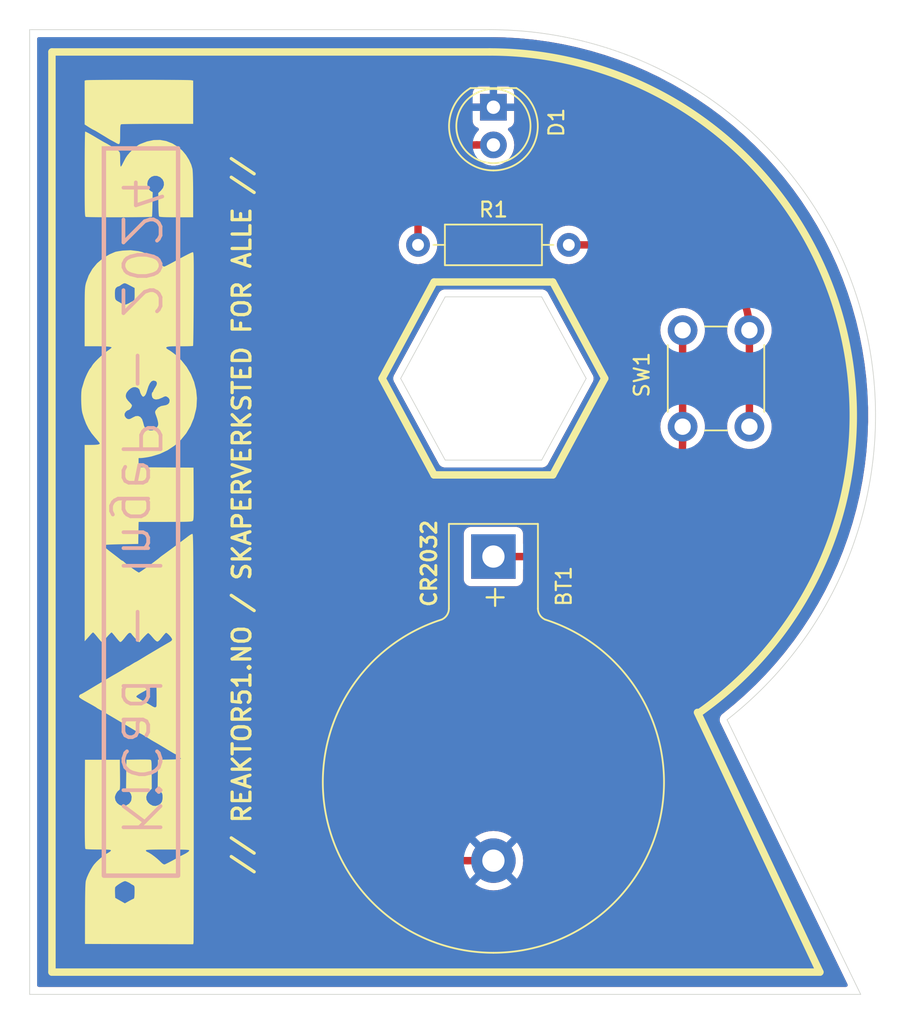
<source format=kicad_pcb>
(kicad_pcb (version 20240108) (generator "pcbnew") (generator_version "8.0")
  (layers (0 "F.Cu" signal) (31 "B.Cu" signal) (34 "B.Paste" user) (35 "F.Paste" user) (36 "B.SilkS" user "B.Silkscreen") (37 "F.SilkS" user "F.Silkscreen") (38 "B.Mask" user) (39 "F.Mask" user) (44 "Edge.Cuts" user))
  (net 0 "")
  (net 1 "Net-(BT1-+)")
  (net 2 "GND")
  (net 3 "Net-(SW1-B)")
  (net 4 "Net-(D1-A)")
  (footprint "Button_Switch_THT:SW_PUSH_6mm" (layer "F.Cu") (at 174 71.75 90)
    (property "Reference" "SW1" (at 3.5 -2.75 90) (layer "F.SilkS"))
    (property "Value" "SW_SPST")
    (fp_line (start 5.5 -1) (end 1 -1) (stroke (width 0.12)) (layer "F.SilkS"))
    (fp_line (start -0.25 1.5) (end -0.25 3) (stroke (width 0.12)) (layer "F.SilkS"))
    (fp_line (start 6.75 3) (end 6.75 1.5) (stroke (width 0.12)) (layer "F.SilkS"))
    (fp_line (start 1 5.5) (end 5.5 5.5) (stroke (width 0.12)) (layer "F.SilkS"))
    (pad "1" thru_hole circle (at 0 0 180) (size 2 2) (drill 1.1) (layers "*.Cu" "*.Mask") (net 1 "Net-(BT1-+)"))
    (pad "1" thru_hole circle (at 6.5 0 180) (size 2 2) (drill 1.1) (layers "*.Cu" "*.Mask") (net 1 "Net-(BT1-+)"))
    (pad "2" thru_hole circle (at 0 4.5 180) (size 2 2) (drill 1.1) (layers "*.Cu" "*.Mask") (net 3 "Net-(SW1-B)"))
    (pad "2" thru_hole circle (at 6.5 4.5 180) (size 2 2) (drill 1.1) (layers "*.Cu" "*.Mask") (net 3 "Net-(SW1-B)"))
  )
  (footprint "Battery:BatteryHolder_Keystone_103_1x20mm" (layer "F.Cu") (at 161.25 80.5 -90)
    (property "Reference" "BT1" (at 2 -4.75 -90) (layer "F.SilkS"))
    (property "Value" "Battery_Cell")
    (fp_line (start -2.2 3) (end 3.5 3) (stroke (width 0.12)) (layer "F.SilkS"))
    (fp_line (start -2.2 3) (end -2.2 -3) (stroke (width 0.12)) (layer "F.SilkS"))
    (fp_line (start -2.2 -3) (end 3.5 -3) (stroke (width 0.12)) (layer "F.SilkS"))
    (fp_arc (start 3.5 3) (mid 3.950694 3.136459) (end 4.25 3.5) (stroke (width 0.12)) (layer "F.SilkS"))
    (fp_arc (start 26.695671 0) (mid 16.971103 11.358466) (end 4.25 3.5) (stroke (width 0.12)) (layer "F.SilkS"))
    (fp_arc (start 4.25 -3.5) (mid 16.971103 -11.358466) (end 26.695671 0) (stroke (width 0.12)) (layer "F.SilkS"))
    (fp_arc (start 4.25 -3.5) (mid 3.950694 -3.136459) (end 3.5 -3) (stroke (width 0.12)) (layer "F.SilkS"))
    (fp_text user "+" (at 2.75 0 90) (layer "F.SilkS") (effects (font (size 1.5 1.5))))
    (pad "1" thru_hole rect (at 0 0 270) (size 3 3) (drill 1.5) (layers "*.Cu" "*.Mask") (net 1 "Net-(BT1-+)"))
    (pad "2" thru_hole circle (at 20.49 0 270) (size 3 3) (drill 1.5) (layers "*.Cu" "*.Mask") (net 2 "GND"))
  )
  (footprint "Resistor_THT:R_Axial_DIN0207_L6.3mm_D2.5mm_P10.16mm_Horizontal" (layer "F.Cu") (at 156.17 59.5)
    (property "Reference" "R1" (at 5.08 -2.37 0) (layer "F.SilkS"))
    (property "Value" "150")
    (fp_line (start 1.04 0) (end 1.81 0) (stroke (width 0.12)) (layer "F.SilkS"))
    (fp_line (start 1.81 -1.37) (end 1.81 1.37) (stroke (width 0.12)) (layer "F.SilkS"))
    (fp_line (start 1.81 1.37) (end 8.35 1.37) (stroke (width 0.12)) (layer "F.SilkS"))
    (fp_line (start 8.35 -1.37) (end 1.81 -1.37) (stroke (width 0.12)) (layer "F.SilkS"))
    (fp_line (start 8.35 1.37) (end 8.35 -1.37) (stroke (width 0.12)) (layer "F.SilkS"))
    (fp_line (start 9.12 0) (end 8.35 0) (stroke (width 0.12)) (layer "F.SilkS"))
    (pad "1" thru_hole circle (at 0 0) (size 1.6 1.6) (drill 0.8) (layers "*.Cu" "*.Mask") (net 4 "Net-(D1-A)"))
    (pad "2" thru_hole oval (at 10.16 0) (size 1.6 1.6) (drill 0.8) (layers "*.Cu" "*.Mask") (net 3 "Net-(SW1-B)"))
  )
  (footprint "LOGO" (layer "F.Cu") (at 137.25 77.5 90)
    (property "Reference" "G***" (hide yes))
    (property "Value" "LOGO" (hide yes))
    (fp_poly (pts (xy 29.09562 -3.44651) (xy 29.100419 -3.384787) (xy 29.104744 -3.24275) (xy 29.108597 -3.028739) (xy 29.111977 -2.751094) (xy 29.114883 -2.418155) (xy 29.117316 -2.038262) (xy 29.119275 -1.619757) (xy 29.120759 -1.170978) (xy 29.12177 -0.700268) (xy 29.122306 -0.215965) (xy 29.122366 0.27359) (xy 29.121952 0.760056) (xy 29.121062 1.235094) (xy 29.119696 1.690362) (xy 29.117854 2.117521) (xy 29.115535 2.50823) (xy 29.11274 2.854149) (xy 29.109468 3.146938) (xy 29.105719 3.378256) (xy 29.101493 3.539763) (xy 29.096789 3.623119) (xy 29.095855 3.629363) (xy 29.06815 3.767888) (xy 27.610864 3.767888) (xy 26.153577 3.767888) (xy 26.153577 1.377796) (xy 26.15309 0.924053) (xy 26.151691 0.495924) (xy 26.14947 0.101811) (xy 26.146521 -0.249887) (xy 26.142934 -0.550766) (xy 26.138802 -0.792427) (xy 26.134217 -0.966466) (xy 26.129271 -1.064485) (xy 26.126671 -1.082413) (xy 26.104026 -1.110392) (xy 26.05226 -1.129965) (xy 25.958038 -1.142535) (xy 25.808026 -1.149505) (xy 25.58889 -1.152278) (xy 25.460358 -1.152531) (xy 25.187166 -1.154246) (xy 24.993135 -1.162266) (xy 24.868792 -1.180897) (xy 24.804664 -1.214448) (xy 24.791278 -1.267226) (xy 24.81916 -1.34354) (xy 24.864312 -1.423593) (xy 24.944147 -1.562794) (xy 25.016687 -1.698085) (xy 25.021014 -1.706632) (xy 25.086251 -1.82891) (xy 25.144222 -1.92735) (xy 25.19239 -2.004808) (xy 25.271563 -2.134567) (xy 25.367249 -2.292834) (xy 25.400702 -2.348467) (xy 25.498525 -2.511089) (xy 25.584444 -2.653398) (xy 25.644054 -2.75155) (xy 25.655695 -2.770506) (xy 25.719921 -2.886848) (xy 25.751219 -2.952551) (xy 25.795911 -3.03789) (xy 25.871914 -3.167459) (xy 25.951952 -3.296093) (xy 26.111974 -3.546248) (xy 27.590433 -3.546248) (xy 29.068892 -3.546248)) (fill solid) (layer "F.SilkS"))
    (fp_poly (pts (xy 23.259109 -3.545745) (xy 23.727035 -3.544293) (xy 24.160913 -3.541979) (xy 24.553276 -3.538889) (xy 24.896655 -3.53511) (xy 25.183583 -3.530728) (xy 25.40659 -3.525829) (xy 25.558209 -3.520501) (xy 25.630971 -3.514829) (xy 25.636356 -3.513002) (xy 25.621423 -3.46572) (xy 25.56736 -3.356244) (xy 25.481367 -3.19797) (xy 25.370643 -3.00429) (xy 25.284877 -2.859162) (xy 25.157513 -2.645393) (xy 25.045168 -2.455015) (xy 24.956276 -2.302465) (xy 24.899274 -2.20218) (xy 24.883417 -2.172077) (xy 24.830765 -2.069992) (xy 24.746462 -1.921717) (xy 24.643717 -1.748861) (xy 24.535739 -1.573031) (xy 24.435736 -1.415837) (xy 24.356916 -1.298888) (xy 24.321178 -1.252269) (xy 24.274644 -1.207933) (xy 24.217633 -1.179072) (xy 24.131447 -1.162408) (xy 23.997385 -1.154664) (xy 23.796749 -1.152563) (xy 23.752133 -1.152531) (xy 23.557882 -1.149359) (xy 23.401363 -1.140767) (xy 23.300609 -1.128139) (xy 23.272251 -1.115693) (xy 23.308068 -1.072929) (xy 23.394153 -1.021865) (xy 23.471415 -0.9852) (xy 23.547954 -0.947042) (xy 23.647023 -0.895404) (xy 23.791875 -0.8183) (xy 23.865156 -0.779083) (xy 24.035076 -0.665292) (xy 24.227821 -0.500698) (xy 24.422435 -0.307039) (xy 24.597963 -0.106051) (xy 24.73345 0.08053) (xy 24.787172 0.177312) (xy 24.968038 0.649334) (xy 25.063104 1.101422) (xy 25.072083 1.537042) (xy 24.994685 1.959657) (xy 24.830626 2.372732) (xy 24.579615 2.779732) (xy 24.570162 2.79267) (xy 24.341395 3.048699) (xy 24.053701 3.285805) (xy 23.731857 3.488157) (xy 23.400641 3.639926) (xy 23.119687 3.719331) (xy 22.999698 3.732799) (xy 22.80059 3.744466) (xy 22.531888 3.754069) (xy 22.203117 3.761346) (xy 21.823802 3.766035) (xy 21.403465 3.767871) (xy 21.358001 3.767888) (xy 19.858987 3.767888) (xy 19.858987 2.642949) (xy 19.860143 2.272249) (xy 19.863856 1.982379) (xy 19.870497 1.765539) (xy 19.880433 1.613932) (xy 19.894034 1.519758) (xy 19.91167 1.475218) (xy 19.914398 1.472568) (xy 19.97801 1.455956) (xy 20.117647 1.441737) (xy 20.320692 1.430696) (xy 20.574527 1.423617) (xy 20.731647 1.421695) (xy 21.493487 1.416265) (xy 21.655622 1.591502) (xy 21.835457 1.731805) (xy 22.033056 1.796421) (xy 22.231076 1.786465) (xy 22.412174 1.703051) (xy 22.559007 1.547294) (xy 22.568069 1.532867) (xy 22.648439 1.331019) (xy 22.651901 1.136122) (xy 22.590038 0.960584) (xy 22.474429 0.816817) (xy 22.316656 0.717228) (xy 22.128299 0.674228) (xy 21.920941 0.700226) (xy 21.825567 0.737242) (xy 21.706464 0.816703) (xy 21.618698 0.914349) (xy 21.612834 0.924704) (xy 21.552505 1.039847) (xy 20.740066 1.026127) (xy 20.4798 1.020655) (xy 20.250293 1.013787) (xy 20.066198 1.006127) (xy 19.942167 0.99828) (xy 19.893307 0.991196) (xy 19.886607 0.944232) (xy 19.880601 0.818896) (xy 19.875305 0.625469) (xy 19.870736 0.374234) (xy 19.866912 0.075472) (xy 19.863849 -0.260535) (xy 19.861564 -0.623505) (xy 19.860075 -1.003157) (xy 19.859399 -1.38921) (xy 19.859552 -1.77138) (xy 19.860553 -2.139387) (xy 19.862417 -2.482949) (xy 19.865161 -2.791784) (xy 19.868804 -3.05561) (xy 19.873362 -3.264147) (xy 19.878852 -3.407111) (xy 19.885291 -3.474222) (xy 19.885894 -3.47613) (xy 19.898098 -3.490315) (xy 19.92721 -3.502471) (xy 19.979534 -3.512751) (xy 20.061375 -3.52131) (xy 20.179038 -3.528301) (xy 20.338828 -3.533877) (xy 20.547049 -3.538192) (xy 20.810007 -3.541399) (xy 21.134006 -3.543653) (xy 21.525351 -3.545106) (xy 21.990346 -3.545913) (xy 22.535298 -3.546226) (xy 22.764604 -3.546248)) (fill solid) (layer "F.SilkS"))
    (fp_poly (pts (xy -12.382787 -3.916957) (xy -12.306096 -3.866278) (xy -12.278883 -3.807983) (xy -12.257348 -3.755091) (xy -12.199955 -3.646864) (xy -12.117528 -3.503339) (xy -12.084302 -3.447704) (xy -11.933455 -3.197074) (xy -11.772564 -2.928794) (xy -11.60872 -2.654781) (xy -11.449011 -2.386957) (xy -11.300527 -2.137241) (xy -11.170357 -1.917552) (xy -11.065589 -1.739809) (xy -10.993313 -1.615934) (xy -10.962604 -1.561678) (xy -10.89441 -1.439689) (xy -10.798146 -1.274841) (xy -10.690854 -1.095542) (xy -10.589575 -0.930201) (xy -10.51135 -0.807227) (xy -10.498885 -0.788619) (xy -10.442627 -0.698799) (xy -10.417225 -0.644027) (xy -10.417103 -0.642423) (xy -10.394951 -0.594401) (xy -10.337077 -0.494517) (xy -10.261955 -0.373799) (xy -10.182393 -0.246235) (xy -10.126431 -0.150418) (xy -10.106807 -0.108873) (xy -10.085102 -0.062992) (xy -10.027846 0.037304) (xy -9.946822 0.171468) (xy -9.935682 0.189481) (xy -9.833471 0.356258) (xy -9.705723 0.567679) (xy -9.560655 0.809834) (xy -9.406487 1.068817) (xy -9.251436 1.33072) (xy -9.103721 1.581635) (xy -8.971561 1.807655) (xy -8.863174 1.994873) (xy -8.786779 2.12938) (xy -8.757546 2.183159) (xy -8.678835 2.297732) (xy -8.600597 2.348465) (xy -8.590253 2.349389) (xy -8.51348 2.321095) (xy -8.409378 2.249373) (xy -8.299263 2.153961) (xy -8.204454 2.054599) (xy -8.146269 1.971027) (xy -8.139061 1.931605) (xy -8.182886 1.879612) (xy -8.279725 1.792323) (xy -8.410765 1.686413) (xy -8.44673 1.65893) (xy -8.618162 1.516838) (xy -8.712545 1.40818) (xy -8.731681 1.353159) (xy -8.694446 1.27374) (xy -8.589569 1.158107) (xy -8.443548 1.030251) (xy -8.311284 0.915839) (xy -8.211202 0.815835) (xy -8.159826 0.747237) (xy -8.15637 0.734785) (xy -8.187726 0.684628) (xy -8.271023 0.593159) (xy -8.390108 0.475835) (xy -8.528826 0.348116) (xy -8.671021 0.225457) (xy -8.776964 0.140954) (xy -8.756717 0.106854) (xy -8.686674 0.031333) (xy -8.584343 -0.069321) (xy -8.467229 -0.17882) (xy -8.35284 -0.280876) (xy -8.258683 -0.359203) (xy -8.202266 -0.397513) (xy -8.196628 -0.398953) (xy -8.162562 -0.435619) (xy -8.144243 -0.484869) (xy -8.151602 -0.549362) (xy -8.212639 -0.62965) (xy -8.337952 -0.738899) (xy -8.367205 -0.761919) (xy -8.547107 -0.904576) (xy -8.665197 -1.005969) (xy -8.731608 -1.076643) (xy -8.756474 -1.127142) (xy -8.752302 -1.162607) (xy -8.708804 -1.21394) (xy -8.612087 -1.302629) (xy -8.479847 -1.412823) (xy -8.420847 -1.459468) (xy -8.282991 -1.570084) (xy -8.176863 -1.661478) (xy -8.11848 -1.719575) (xy -8.112042 -1.730873) (xy -8.143434 -1.7774) (xy -8.225614 -1.863126) (xy -8.340588 -1.971315) (xy -8.47036 -2.085231) (xy -8.596936 -2.188136) (xy -8.632897 -2.21532) (xy -8.723685 -2.289766) (xy -8.773625 -2.345073) (xy -8.776964 -2.354559) (xy -8.767729 -2.3833) (xy -8.732526 -2.42594) (xy -8.660101 -2.492983) (xy -8.539204 -2.594935) (xy -8.381888 -2.723408) (xy -8.254593 -2.830902) (xy -8.159641 -2.919174) (xy -8.113851 -2.972357) (xy -8.112042 -2.977952) (xy -8.142728 -3.026575) (xy -8.219593 -3.105477) (xy -8.253571 -3.135871) (xy -8.379716 -3.246357) (xy -8.518454 -3.369997) (xy -8.552786 -3.400982) (xy -8.710472 -3.543849) (xy -2.094503 -3.545049) (xy 4.521466 -3.546248) (xy 4.522071 -3.136213) (xy 4.527127 -2.870569) (xy 4.542174 -2.685715) (xy 4.568396 -2.574223) (xy 4.606979 -2.528664) (xy 4.619273 -2.526702) (xy 4.66841 -2.554692) (xy 4.766763 -2.630225) (xy 4.898464 -2.740648) (xy 5.001974 -2.831902) (xy 5.302118 -3.078758) (xy 5.610079 -3.281377) (xy 5.947433 -3.450998) (xy 6.335753 -3.598861) (xy 6.671378 -3.701666) (xy 6.831779 -3.732983) (xy 7.051064 -3.756792) (xy 7.307095 -3.772695) (xy 7.577734 -3.780294) (xy 7.840841 -3.779191) (xy 8.074278 -3.768988) (xy 8.255905 -3.749287) (xy 8.334542 -3.731571) (xy 8.457394 -3.693365) (xy 8.627237 -3.64198) (xy 8.79536 -3.592068) (xy 8.951249 -3.538184) (xy 9.133316 -3.463135) (xy 9.320497 -3.377152) (xy 9.491732 -3.290467) (xy 9.625961 -3.213313) (xy 9.70212 -3.155922) (xy 9.707853 -3.148756) (xy 9.759785 -3.106724) (xy 9.853143 -3.05212) (xy 9.968613 -2.972605) (xy 10.122025 -2.839482) (xy 10.297232 -2.669388) (xy 10.478089 -2.478961) (xy 10.648449 -2.284837) (xy 10.792167 -2.103656) (xy 10.842792 -2.032339) (xy 10.941049 -1.892743) (xy 11.022595 -1.787023) (xy 11.07376 -1.73256) (xy 11.081526 -1.728796) (xy 11.112341 -1.763745) (xy 11.136266 -1.871064) (xy 11.153608 -2.054462) (xy 11.164672 -2.317647) (xy 11.169765 -2.664328) (xy 11.170192 -2.803752) (xy 11.17068 -3.546248) (xy 13.142786 -3.546248) (xy 13.615399 -3.546065) (xy 14.008463 -3.54527) (xy 14.331082 -3.543493) (xy 14.592363 -3.540365) (xy 14.801411 -3.535517) (xy 14.967332 -3.52858) (xy 15.099232 -3.519184) (xy 15.206217 -3.50696) (xy 15.297392 -3.491539) (xy 15.381864 -3.47255) (xy 15.458929 -3.452312) (xy 15.9429 -3.276117) (xy 16.379012 -3.026596) (xy 16.763477 -2.70735) (xy 17.092505 -2.321982) (xy 17.362308 -1.874092) (xy 17.528719 -1.484991) (xy 17.548287 -1.403521) (xy 17.574157 -1.258697) (xy 17.60212 -1.075196) (xy 17.616068 -0.972851) (xy 17.641013 -0.450476) (xy 17.578889 0.074934) (xy 17.516162 0.336677) (xy 17.404347 0.627778) (xy 17.231584 0.938677) (xy 17.013591 1.244644) (xy 16.766083 1.520949) (xy 16.759254 1.527653) (xy 16.647892 1.643029) (xy 16.567467 1.738636) (xy 16.534489 1.794745) (xy 16.53438 1.796377) (xy 16.543011 1.837239) (xy 16.572555 1.909322) (xy 16.62849 2.023761) (xy 16.716294 2.191693) (xy 16.841446 2.424251) (xy 16.86096 2.460209) (xy 17.070974 2.849426) (xy 17.23814 3.16493) (xy 17.363989 3.409755) (xy 17.450052 3.586936) (xy 17.497862 3.699508) (xy 17.509598 3.74537) (xy 17.503597 3.758993) (xy 17.481614 3.77069) (xy 17.43768 3.78057) (xy 17.365826 3.788743) (xy 17.260081 3.795317) (xy 17.114476 3.800404) (xy 16.923043 3.804111) (xy 16.679811 3.806549) (xy 16.378811 3.807828) (xy 16.014073 3.808056) (xy 15.579628 3.807344) (xy 15.069508 3.805802) (xy 14.477741 3.803538) (xy 14.365971 3.803078) (xy 13.845941 3.800518) (xy 13.351954 3.797298) (xy 12.891145 3.793515) (xy 12.470651 3.789265) (xy 12.097607 3.784643) (xy 11.779149 3.779746) (xy 11.522414 3.774669) (xy 11.334537 3.769508) (xy 11.222654 3.764359) (xy 11.192758 3.76044) (xy 11.183439 3.708511) (xy 11.175946 3.582846) (xy 11.170725 3.398355) (xy 11.168226 3.169948) (xy 11.168559 2.954593) (xy 11.169103 2.620663) (xy 11.164854 2.36598) (xy 11.154835 2.181217) (xy 11.138067 2.057047) (xy 11.113574 1.984144) (xy 11.080375 1.953179) (xy 11.063265 1.950436) (xy 11.010568 1.986753) (xy 10.950348 2.076027) (xy 10.940983 2.094721) (xy 10.881216 2.195538) (xy 10.782096 2.338108) (xy 10.661795 2.496725) (xy 10.619831 2.549084) (xy 10.2199 2.974583) (xy 9.771641 3.332476) (xy 9.28366 3.619478) (xy 8.764561 3.832305) (xy 8.222952 3.967672) (xy 7.667438 4.022296) (xy 7.106624 3.992891) (xy 6.915183 3.96297) (xy 6.329022 3.813009) (xy 5.787672 3.589026) (xy 5.295844 3.295749) (xy 4.858253 2.937904) (xy 4.479611 2.520216) (xy 4.164631 2.047414) (xy 3.918027 1.524222) (xy 3.74451 0.955368) (xy 3.738233 0.924437) (xy 5.496684 0.924437) (xy 5.507024 1.056516) (xy 5.550531 1.155158) (xy 5.645935 1.260569) (xy 5.659108 1.273083) (xy 5.768895 1.366361) (xy 5.859684 1.407019) (xy 5.96987 1.410008) (xy 6.00265 1.406869) (xy 6.142878 1.379856) (xy 6.320616 1.329741) (xy 6.459839 1.281301) (xy 6.610129 1.225852) (xy 6.705585 1.201705) (xy 6.773458 1.206658) (xy 6.840994 1.23851) (xy 6.858792 1.249077) (xy 7.035589 1.399893) (xy 7.138544 1.597986) (xy 7.165633 1.732633) (xy 7.205908 1.942357) (xy 7.274333 2.079205) (xy 7.378062 2.156437) (xy 7.398421 2.164151) (xy 7.552503 2.181628) (xy 7.67846 2.116308) (xy 7.750492 2.02442) (xy 7.788735 1.952116) (xy 7.796122 1.888596) (xy 7.768686 1.805122) (xy 7.702461 1.672956) (xy 7.701796 1.671687) (xy 7.608302 1.443954) (xy 7.581787 1.253229) (xy 7.620222 1.10674) (xy 7.72158 1.011714) (xy 7.883831 0.975377) (xy 7.897271 0.975218) (xy 8.005739 0.985419) (xy 8.064349 1.010787) (xy 8.067713 1.019546) (xy 8.102788 1.061275) (xy 8.123124 1.064681) (xy 8.189078 1.088557) (xy 8.297663 1.148819) (xy 8.373599 1.197665) (xy 8.556167 1.299226) (xy 8.694865 1.325567) (xy 8.792535 1.276822) (xy 8.829357 1.219023) (xy 8.856673 1.084408) (xy 8.807185 0.963304) (xy 8.678032 0.853373) (xy 8.466357 0.752282) (xy 8.169301 0.657695) (xy 8.129199 0.64704) (xy 7.951183 0.583371) (xy 7.82744 0.50397) (xy 7.771568 0.419086) (xy 7.773056 0.378702) (xy 7.823493 0.321598) (xy 7.923946 0.256593) (xy 8.039965 0.202723) (xy 8.134206 0.179142) (xy 8.271238 0.1324) (xy 8.369212 0.022133) (xy 8.416001 -0.130717) (xy 8.404339 -0.28732) (xy 8.336013 -0.429062) (xy 8.215314 -0.575367) (xy 8.071306 -0.695755) (xy 7.961063 -0.752202) (xy 7.810289 -0.776687) (xy 7.667224 -0.739508) (xy 7.514169 -0.633651) (xy 7.409589 -0.533646) (xy 7.305056 -0.435135) (xy 7.218938 -0.370113) (xy 7.182096 -0.354625) (xy 7.084445 -0.381855) (xy 6.978752 -0.44747) (xy 6.897188 -0.527352) (xy 6.870855 -0.58794) (xy 6.840061 -0.671318) (xy 6.764858 -0.767053) (xy 6.754224 -0.777245) (xy 6.616216 -0.855361) (xy 6.473112 -0.847982) (xy 6.338869 -0.756196) (xy 6.327836 -0.743989) (xy 6.261774 -0.628795) (xy 6.266299 -0.502546) (xy 6.342806 -0.347423) (xy 6.361082 -0.319819) (xy 6.458691 -0.120452) (xy 6.471962 0.05818) (xy 6.404184 0.208815) (xy 6.258646 0.324193) (xy 6.038635 0.397051) (xy 6.036203 0.397515) (xy 5.797368 0.460584) (xy 5.635247 0.550127) (xy 5.539408 0.676335) (xy 5.499418 0.849395) (xy 5.496684 0.924437) (xy 3.738233 0.924437) (xy 3.700665 0.7393) (xy 3.67008 0.549526) (xy 3.647187 0.375436) (xy 3.636143 0.249437) (xy 3.63572 0.232722) (xy 3.634904 0.088656) (xy 3.325093 0.088656) (xy 3.015283 0.088656) (xy 3.003715 1.939354) (xy 2.992146 3.790052) (xy 1.233776 3.80164) (xy 0.78751 3.804258) (xy 0.421631 3.805487) (xy 0.127877 3.805064) (xy -0.102013 3.802723) (xy -0.276303 3.7982) (xy -0.403254 3.79123) (xy -0.491128 3.781548) (xy -0.548187 3.76889) (xy -0.582693 3.75299) (xy -0.594758 3.743063) (xy -0.612424 3.71698) (xy -0.626903 3.67202) (xy -0.638502 3.600028) (xy -0.647528 3.492851) (xy -0.654288 3.342335) (xy -0.659091 3.140325) (xy -0.662244 2.878668) (xy -0.664053 2.549209) (xy -0.664826 2.143794) (xy -0.664922 1.88185) (xy -0.664922 0.0908) (xy -1.407417 0.078646) (xy -2.149913 0.066492) (xy -2.168513 -0.91625) (xy 13.970304 -0.91625) (xy 13.982036 -0.760728) (xy 14.058305 -0.579352) (xy 14.073237 -0.554101) (xy 14.14983 -0.423196) (xy 14.212135 -0.307129) (xy 14.226559 -0.277051) (xy 14.253946 -0.230112) (xy 14.297173 -0.200787) (xy 14.374956 -0.184999) (xy 14.50601 -0.17867) (xy 14.682585 -0.177688) (xy 15.093717 -0.178064) (xy 15.269045 -0.507146) (xy 15.3539 -0.670164) (xy 15.400917 -0.777529) (xy 15.415413 -0.851031) (xy 15.402708 -0.91246) (xy 15.379865 -0.961133) (xy 15.315984 -1.069675) (xy 15.259947 -1.144615) (xy 15.211573 -1.228291) (xy 15.204537 -1.266517) (xy 15.175298 -1.342654) (xy 15.115881 -1.418499) (xy 15.047611 -1.468306) (xy 14.95182 -1.495705) (xy 14.803363 -1.506335) (xy 14.720554 -1.507155) (xy 14.520532 -1.503369) (xy 14.387227 -1.485697) (xy 14.298806 -1.444667) (xy 14.233441 -1.370807) (xy 14.177966 -1.271745) (xy 14.108087 -1.14741) (xy 14.04275 -1.051036) (xy 14.024706 -1.030241) (xy 13.970304 -0.91625) (xy -2.168513 -0.91625) (xy -2.172077 -1.104546) (xy -2.180818 -1.494424) (xy -2.190848 -1.800756) (xy -2.202484 -2.028647) (xy -2.216043 -2.183201) (xy -2.231842 -2.269524) (xy -2.245882 -2.29276) (xy -2.289464 -2.265363) (xy -2.37462 -2.17842) (xy -2.490652 -2.043994) (xy -2.626863 -1.874147) (xy -2.689163 -1.792975) (xy -2.837336 -1.598367) (xy -2.974588 -1.419882) (xy -3.088173 -1.273971) (xy -3.165344 -1.177085) (xy -3.180487 -1.158862) (xy -3.24782 -1.069413) (xy -3.279809 -1.006624) (xy -3.280225 -1.002582) (xy -3.30985 -0.945396) (xy -3.359549 -0.891762) (xy -3.426654 -0.818693) (xy -3.524246 -0.69723) (xy -3.640327 -0.544124) (xy -3.762895 -0.376128) (xy -3.879952 -0.209995) (xy -3.979497 -0.062477) (xy -4.049531 0.049672) (xy -4.078053 0.109701) (xy -4.078185 0.111515) (xy -4.053048 0.159673) (xy -3.984192 0.264945) (xy -3.88145 0.413793) (xy -3.754656 0.592677) (xy -3.613644 0.788056) (xy -3.468247 0.986392) (xy -3.328298 1.174145) (xy -3.203632 1.337774) (xy -3.10408 1.463741) (xy -3.049519 1.527876) (xy -2.987031 1.604578) (xy -2.906008 1.713963) (xy -2.889582 1.73723) (xy -2.811079 1.847038) (xy -2.691546 2.01118) (xy -2.542106 2.214666) (xy -2.373882 2.44251) (xy -2.197996 2.67972) (xy -2.025571 2.91131) (xy -1.867729 3.122289) (xy -1.735594 3.29767) (xy -1.640288 3.422464) (xy -1.615105 3.454689) (xy -1.531611 3.574514) (xy -1.480819 3.675676) (xy -1.472842 3.720657) (xy -1.479833 3.727312) (xy -1.500066 3.733543) (xy -1.536396 3.73937) (xy -1.591679 3.744807) (xy -1.668772 3.749873) (xy -1.77053 3.754584) (xy -1.899811 3.758958) (xy -2.059469 3.76301) (xy -2.252362 3.766758) (xy -2.481346 3.77022) (xy -2.749277 3.773411) (xy -3.05901 3.776349) (xy -3.413403 3.77905) (xy -3.815311 3.781532) (xy -4.267591 3.783812) (xy -4.773099 3.785906) (xy -5.334691 3.787831) (xy -5.955223 3.789605) (xy -6.637552 3.791244) (xy -7.384533 3.792764) (xy -8.199023 3.794184) (xy -9.083878 3.79552) (xy -10.041955 3.796789) (xy -11.076109 3.798008) (xy -12.189197 3.799193) (xy -13.384075 3.800362) (xy -14.663599 3.801531) (xy -15.205145 3.802007) (xy -16.303363 3.802888) (xy -17.379089 3.803599) (xy -18.428916 3.804143) (xy -19.449438 3.804525) (xy -20.437249 3.804746) (xy -21.388942 3.804809) (xy -22.301111 3.804718) (xy -23.17035 3.804476) (xy -23.993251 3.804085) (xy -24.76641 3.803549) (xy -25.48642 3.802869) (xy -26.149873 3.802051) (xy -26.753365 3.801095) (xy -27.293489 3.800006) (xy -27.766837 3.798786) (xy -28.170005 3.797438) (xy -28.499585 3.795965) (xy -28.752172 3.79437) (xy -28.924359 3.792656) (xy -29.012739 3.790826) (xy -29.02408 3.790016) (xy -29.124075 3.76607) (xy -29.118032 1.823568) (xy -23.744187 1.823568) (xy -23.73845 1.859407) (xy -23.706378 1.933228) (xy -23.642531 2.062442) (xy -23.558504 2.225116) (xy -23.465893 2.39932) (xy -23.376294 2.563121) (xy -23.301302 2.694589) (xy -23.268453 2.748342) (xy -23.224223 2.827324) (xy -23.162253 2.949407) (xy -23.134354 3.007152) (xy -23.008362 3.254782) (xy -22.906074 3.417385) (xy -22.827586 3.494821) (xy -22.802428 3.50192) (xy -22.785161 3.489863) (xy -22.771308 3.448204) (xy -22.760521 3.368711) (xy -22.75245 3.243152) (xy -22.746744 3.063295) (xy -22.743055 2.820908) (xy -22.741033 2.507758) (xy -22.740328 2.115615) (xy -22.740314 2.039092) (xy -22.740796 1.633693) (xy -22.742482 1.3086) (xy -22.745735 1.055469) (xy -22.750917 0.865955) (xy -22.75839 0.731713) (xy -22.768517 0.644398) (xy -22.78166 0.595664) (xy -22.798181 0.577166) (xy -22.803819 0.576265) (xy -22.866 0.613337) (xy -22.897211 0.670431) (xy -22.955523 0.792909) (xy -23.060462 0.958062) (xy -23.196744 1.145107) (xy -23.349083 1.333262) (xy -23.502194 1.501746) (xy -23.527131 1.526868) (xy -23.654402 1.660169) (xy -23.723313 1.753654) (xy -23.744187 1.823568) (xy -29.118032 1.823568) (xy -29.112736 0.120993) (xy -29.109766 -0.833569) (xy -26.365507 -0.833569) (xy -26.215214 -0.567675) (xy -26.139837 -0.42938) (xy -26.085901 -0.321) (xy -26.064927 -0.265705) (xy -26.064922 -0.265404) (xy -26.047262 -0.228993) (xy -25.98561 -0.204492) (xy -25.866953 -0.18966) (xy -25.678282 -0.182257) (xy -25.573721 -0.180812) (xy -25.38923 -0.180401) (xy -25.272922 -0.186959) (xy -25.204339 -0.205952) (xy -25.163021 -0.242845) (xy -25.130511 -0.299215) (xy -25.079459 -0.392078) (xy -25.045446 -0.443315) (xy -24.997069 -0.514432) (xy -24.939626 -0.626614) (xy -24.890784 -0.74179) (xy -24.868206 -0.821887) (xy -24.868063 -0.825626) (xy -24.892138 -0.913547) (xy -24.954366 -1.041905) (xy -25.039747 -1.187091) (xy -25.133284 -1.325495) (xy -25.219979 -1.433508) (xy -25.284834 -1.487521) (xy -25.289492 -1.489031) (xy -25.378572 -1.498682) (xy -25.524043 -1.501944) (xy -25.687879 -1.49833) (xy -25.996067 -1.484991) (xy -26.180787 -1.15928) (xy -26.365507 -0.833569) (xy -29.109766 -0.833569) (xy -29.101396 -3.524084) (xy -27.084468 -3.521791) (xy -26.522811 -3.520129) (xy -26.046689 -3.516468) (xy -25.653003 -3.510732) (xy -25.338651 -3.502845) (xy -25.100534 -3.492731) (xy -24.935552 -3.480314) (xy -24.845899 -3.466838) (xy -24.632985 -3.397948) (xy -24.381572 -3.288731) (xy -24.122129 -3.154566) (xy -23.885127 -3.010832) (xy -23.75024 -2.913825) (xy -23.567595 -2.749048) (xy -23.372949 -2.540045) (xy -23.1888 -2.313815) (xy -23.037645 -2.097356) (xy -22.967843 -1.974884) (xy -22.898599 -1.859287) (xy -22.832737 -1.78629) (xy -22.803697 -1.773124) (xy -22.781038 -1.786227) (xy -22.764286 -1.832748) (xy -22.752608 -1.923507) (xy -22.745169 -2.069322) (xy -22.741135 -2.281014) (xy -22.739674 -2.5694) (xy -22.739636 -2.604276) (xy -22.737606 -2.869431) (xy -22.732369 -3.105664) (xy -22.724535 -3.298019) (xy -22.714711 -3.431539) (xy -22.703579 -3.491152) (xy -22.67937 -3.502491) (xy -22.618708 -3.512125) (xy -22.516275 -3.520133) (xy -22.36675 -3.526592) (xy -22.164815 -3.531581) (xy -21.905149 -3.535177) (xy -21.582434 -3.537458) (xy -21.191351 -3.538503) (xy -20.726579 -3.538389) (xy -20.182799 -3.537194) (xy -19.678865 -3.535481) (xy -16.689529 -3.524084) (xy -16.689529 -2.349389) (xy -16.689529 -1.174695) (xy -17.695991 -1.162786) (xy -18.020356 -1.159315) (xy -18.267297 -1.158108) (xy -18.448033 -1.159949) (xy -18.573784 -1.165623) (xy -18.65577 -1.175915) (xy -18.70521 -1.19161) (xy -18.733324 -1.213493) (xy -18.748223 -1.236398) (xy -18.843751 -1.343711) (xy -18.990727 -1.437217) (xy -19.152187 -1.496499) (xy -19.238395 -1.507155) (xy -19.433465 -1.46798) (xy -19.600126 -1.362842) (xy -19.725351 -1.210327) (xy -19.796115 -1.02902) (xy -19.799391 -0.837507) (xy -19.772334 -0.745382) (xy -19.652763 -0.54963) (xy -19.486741 -0.42924) (xy -19.394058 -0.399069) (xy -19.1781 -0.377938) (xy -18.996225 -0.428087) (xy -18.824773 -0.556846) (xy -18.798289 -0.583603) (xy -18.63326 -0.75535) (xy -17.661394 -0.743382) (xy -16.689529 -0.731414) (xy -16.676888 0.022164) (xy -16.674028 0.278233) (xy -16.674136 0.508673) (xy -16.676995 0.696563) (xy -16.682389 0.824983) (xy -16.687749 0.871236) (xy -16.698033 0.902503) (xy -16.718924 0.926155) (xy -16.761659 0.943345) (xy -16.837477 0.955222) (xy -16.957615 0.962939) (xy -17.133313 0.967646) (xy -17.375808 0.970495) (xy -17.676498 0.972518) (xy -18.641744 0.978307) (xy -18.794037 0.821181) (xy -18.986336 0.672029) (xy -19.185951 0.605899) (xy -19.381721 0.62241) (xy -19.562482 0.721183) (xy -19.683215 0.851393) (xy -19.78855 1.049003) (xy -19.808222 1.237845) (xy -19.752706 1.409723) (xy -19.649391 1.566768) (xy -19.524095 1.658825) (xy -19.352661 1.699603) (xy -19.232091 1.705128) (xy -19.078931 1.70197) (xy -18.9799 1.681268) (xy -18.900558 1.629431) (xy -18.812597 1.539557) (xy -18.659389 1.372482) (xy -17.674459 1.384409) (xy -16.689529 1.396335) (xy -16.67733 2.148813) (xy -16.671143 2.399407) (xy -16.661694 2.619244) (xy -16.649968 2.792926) (xy -16.636949 2.905053) (xy -16.626795 2.939628) (xy -16.588134 2.923826) (xy -16.519297 2.857208) (xy -16.439126 2.762829) (xy -16.366465 2.663745) (xy -16.320157 2.583011) (xy -16.31274 2.55537) (xy -16.290878 2.511941) (xy -16.230545 2.406371) (xy -16.139621 2.252092) (xy -16.025986 2.062539) (xy -15.953404 1.942763) (xy -15.821819 1.725386) (xy -15.70014 1.522458) (xy -15.598893 1.35167) (xy -15.53502 1.241758) (xy -13.155278 1.241758) (xy -13.094263 1.291997) (xy -13.087871 1.293346) (xy -13.01901 1.297825) (xy -12.882239 1.300928) (xy -12.698294 1.302675) (xy -12.487909 1.303086) (xy -12.271821 1.30218) (xy -12.070764 1.299976) (xy -11.905475 1.296494) (xy -11.802356 1.292147) (xy -11.721679 1.255809) (xy -11.707028 1.165026) (xy -11.758352 1.024461) (xy -11.806147 0.941091) (xy -11.875578 0.824378) (xy -11.969192 0.659374) (xy -12.069945 0.476276) (xy -12.099666 0.421117) (xy -12.193736 0.252326) (xy -12.28167 0.106336) (xy -12.349115 0.006563) (xy -12.366928 -0.014936) (xy -12.419778 -0.062327) (xy -12.459879 -0.055766) (xy -12.51198 0.014546) (xy -12.534889 0.051556) (xy -12.612631 0.182826) (xy -12.713709 0.361788) (xy -12.844815 0.600411) (xy -12.939888 0.775742) (xy -13.016369 0.906998) (xy -13.088595 1.018327) (xy -13.153402 1.145408) (xy -13.155278 1.241758) (xy -15.53502 1.241758) (xy -15.528603 1.230716) (xy -15.509659 1.196858) (xy -15.439638 1.071416) (xy -15.377657 0.965496) (xy -15.370304 0.953551) (xy -15.320425 0.873506) (xy -15.240104 0.744593) (xy -15.14578 0.593195) (xy -15.135542 0.576762) (xy -15.044929 0.427654) (xy -14.971764 0.300553) (xy -14.9302 0.220154) (xy -14.927772 0.214199) (xy -14.896478 0.153124) (xy -14.827329 0.030332) (xy -14.728468 -0.140101) (xy -14.60804 -0.344102) (xy -14.504528 -0.517214) (xy -14.342843 -0.787038) (xy -14.167325 -1.081435) (xy -13.995634 -1.370694) (xy -13.845427 -1.625108) (xy -13.79756 -1.706632) (xy -13.674879 -1.915709) (xy -13.560061 -2.110844) (xy -13.464675 -2.272415) (xy -13.400287 -2.380797) (xy -13.392536 -2.393717) (xy -13.324809 -2.509693) (xy -13.274646 -2.6015) (xy -13.2678 -2.615358) (xy -13.216141 -2.702) (xy -13.197202 -2.726178) (xy -13.166253 -2.768764) (xy -13.115076 -2.851398) (xy -13.038718 -2.982657) (xy -12.932232 -3.17112) (xy -12.790667 -3.425364) (xy -12.71864 -3.555487) (xy -12.626497 -3.71222) (xy -12.542653 -3.837339) (xy -12.480692 -3.911204) (xy -12.465186 -3.921958)) (fill solid) (layer "F.SilkS"))
  )
  (footprint "LED_THT:LED_D5.0mm" (layer "F.Cu") (at 161.25 50.225 -90)
    (property "Reference" "D1" (at 1.025 -4.25 -90) (layer "F.SilkS"))
    (property "Value" "5mm red LED")
    (fp_line (start -1.29 -1.545) (end -1.29 1.545) (stroke (width 0.12)) (layer "F.SilkS"))
    (fp_arc (start 4.26 -0.000462) (mid 2.072002 2.880433) (end -1.29 1.54483) (stroke (width 0.12)) (layer "F.SilkS"))
    (fp_arc (start -1.29 -1.54483) (mid 2.072002 -2.880433) (end 4.26 0.000462) (stroke (width 0.12)) (layer "F.SilkS"))
    (fp_circle (center 1.27 0) (end 3.77 0) (stroke (width 0.12)) (fill none) (layer "F.SilkS"))
    (pad "1" thru_hole rect (at 0 0 270) (size 1.8 1.8) (drill 0.9) (layers "*.Cu" "*.Mask") (net 2 "GND"))
    (pad "2" thru_hole circle (at 2.54 0 270) (size 1.8 1.8) (drill 0.9) (layers "*.Cu" "*.Mask") (net 4 "Net-(D1-A)"))
  )
  (gr_rect (start 135 53) (end 140 102) (stroke (width 0.3)) (fill none) (layer "B.SilkS"))
  (gr_line (start 165.25 75) (end 168.75 68.5) (stroke (width 0.5)) (layer "F.SilkS"))
  (gr_line (start 165.25 62) (end 168.75 68.5) (stroke (width 0.5)) (layer "F.SilkS"))
  (gr_line (start 131.5 108.5) (end 131.5 46.5) (stroke (width 0.5)) (layer "F.SilkS"))
  (gr_line (start 183.25 108.5) (end 174.999856 91.000068) (stroke (width 0.5)) (layer "F.SilkS"))
  (gr_line (start 131.5 46.5) (end 161 46.5) (stroke (width 0.5)) (layer "F.SilkS"))
  (gr_line (start 153.75 68.5) (end 157.25 75) (stroke (width 0.5)) (layer "F.SilkS"))
  (gr_line (start 157.25 75) (end 165.25 75) (stroke (width 0.5)) (layer "F.SilkS"))
  (gr_line (start 157.25 62) (end 153.75 68.5) (stroke (width 0.5)) (layer "F.SilkS"))
  (gr_line (start 131.5 108.5) (end 183.25 108.5) (stroke (width 0.5)) (layer "F.SilkS"))
  (gr_line (start 165.25 62) (end 157.25 62) (stroke (width 0.5)) (layer "F.SilkS"))
  (gr_arc (start 161 46.5) (mid 184.366578 63.634335) (end 175.049828 91.071182) (stroke (width 0.5)) (layer "F.SilkS"))
  (gr_line (start 130 45) (end 161 45) (stroke (width 0.05)) (layer "Edge.Cuts"))
  (gr_line (start 164.5 63) (end 167.5 68.5) (stroke (width 0.05)) (layer "Edge.Cuts"))
  (gr_line (start 130 110) (end 186 110) (stroke (width 0.05)) (layer "Edge.Cuts"))
  (gr_line (start 158 74) (end 155 68.5) (stroke (width 0.05)) (layer "Edge.Cuts"))
  (gr_line (start 158 63) (end 164.5 63) (stroke (width 0.05)) (layer "Edge.Cuts"))
  (gr_line (start 155 68.5) (end 158 63) (stroke (width 0.05)) (layer "Edge.Cuts"))
  (gr_arc (start 161 45) (mid 185.58558 62.54132) (end 176.997042 91.49621) (stroke (width 0.05)) (layer "Edge.Cuts"))
  (gr_line (start 164.5 74) (end 158 74) (stroke (width 0.05)) (layer "Edge.Cuts"))
  (gr_line (start 176.997042 91.49621) (end 186 110) (stroke (width 0.05)) (layer "Edge.Cuts"))
  (gr_line (start 130 110) (end 130 45) (stroke (width 0.05)) (layer "Edge.Cuts"))
  (gr_line (start 167.5 68.5) (end 164.5 74) (stroke (width 0.05)) (layer "Edge.Cuts"))
  (gr_text "KiCad - IngeP - 2024" (at 136 99.5 270) (layer "B.SilkS") (effects (font (size 2.5 2.5) (thickness 0.25)) (justify left bottom mirror)))
  (gr_text "CR2032" (at 157.5 84 90) (layer "F.SilkS") (effects (font (size 1 1) (thickness 0.2) (bold yes)) (justify left bottom)))
  (gr_text "// REAKTOR51.NO / SKAPERVERKSTED FOR ALLE //" (at 145 102 90) (layer "F.SilkS") (effects (font (size 1.2 1.2) (thickness 0.22) (bold yes)) (justify left bottom)))
  (segment (start 174 72.775127) (end 174 71.75) (width 0.5) (layer "F.Cu") (net 1))
  (segment (start 161.25 80.5) (end 163.800253 80.5) (width 0.5) (layer "F.Cu") (net 1))
  (segment (start 174 71.75) (end 174 65.25) (width 0.5) (layer "F.Cu") (net 1))
  (arc (start 172.25 77) (mid 173.54519 75.061612) (end 174 72.775127) (width 0.5) (layer "F.Cu") (net 1))
  (arc (start 163.800253 80.5) (mid 168.373223 79.590379) (end 172.25 77) (width 0.5) (layer "F.Cu") (net 1))
  (segment (start 158.181675 50.225) (end 161.25 50.225) (width 0.5) (layer "F.Cu") (net 2))
  (segment (start 151.5 94.025127) (end 151.5 58.99264) (width 0.5) (layer "F.Cu") (net 2))
  (segment (start 153.5 98.5) (end 153.25 98.25) (width 0.5) (layer "F.Cu") (net 2))
  (segment (start 161.25 100.99) (end 159.511391 100.99) (width 0.5) (layer "F.Cu") (net 2))
  (arc (start 154.5 51.75) (mid 156.189166 50.621335) (end 158.181675 50.225) (width 0.5) (layer "F.Cu") (net 2))
  (arc (start 153.25 98.25) (mid 151.95481 96.311612) (end 151.5 94.025127) (width 0.5) (layer "F.Cu") (net 2))
  (arc (start 151.5 58.99264) (mid 152.279674 55.072952) (end 154.5 51.75) (width 0.5) (layer "F.Cu") (net 2))
  (arc (start 159.511391 100.99) (mid 156.25805 100.34287) (end 153.5 98.5) (width 0.5) (layer "F.Cu") (net 2))
  (segment (start 166.33 59.5) (end 172.87868 59.5) (width 0.5) (layer "F.Cu") (net 3))
  (segment (start 178.5 71.75) (end 178.5 65.25) (width 0.5) (layer "F.Cu") (net 3))
  (segment (start 176.90901 61.409009) (end 176.5 61) (width 0.5) (layer "F.Cu") (net 3))
  (arc (start 178.5 65.25) (mid 178.086515 63.171271) (end 176.90901 61.409009) (width 0.5) (layer "F.Cu") (net 3))
  (arc (start 176.5 61) (mid 174.838525 59.889837) (end 172.87868 59.5) (width 0.5) (layer "F.Cu") (net 3))
  (segment (start 160.128 52.765) (end 161.25 52.765) (width 0.5) (layer "F.Cu") (net 4))
  (segment (start 157.25 54) (end 157.323223 53.926777) (width 0.5) (layer "F.Cu") (net 4))
  (segment (start 156.17 59.5) (end 156.17 56.60735) (width 0.5) (layer "F.Cu") (net 4))
  (arc (start 156.17 56.60735) (mid 156.450683 55.196263) (end 157.25 54) (width 0.5) (layer "F.Cu") (net 4))
  (arc (start 157.323223 53.926777) (mid 158.610065 53.066936) (end 160.128 52.765) (width 0.5) (layer "F.Cu") (net 4))
  (zone (net 0) (net_name "") (layer "F.Cu") (connect_pads (clearance 0.5)) (min_thickness 0.25) (fill yes (thermal_gap 0.5) (thermal_bridge_width 0.5) (island_removal_mode 1) (island_area_min 10))
    (polygon (pts (xy 129 44) (xy 188 44) (xy 188 111) (xy 129 111)))
  )
  (zone (net 2) (net_name "GND") (layer "B.Cu") (priority 1) (connect_pads (clearance 0.5)) (min_thickness 0.25) (fill yes (thermal_gap 0.5) (thermal_bridge_width 0.5))
    (polygon (pts (xy 128 43) (xy 189 43) (xy 189 112) (xy 128 112)))
  )
)
</source>
